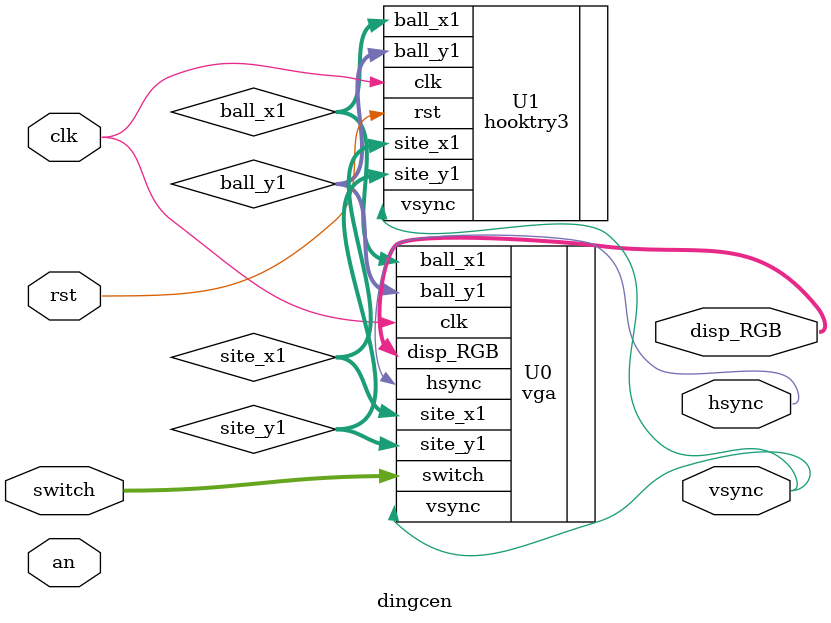
<source format=v>
`timescale 1ns / 1ps
module dingcen(clk,rst,switch,an,vsync,hsync,disp_RGB);
input clk;
input rst;
input [1:0] switch;
input an;
output vsync;
output hsync;
output [2:0] disp_RGB;
wire vsync;
wire [9:0]site_x1;
wire [9:0]site_y1;
wire [9:0]ball_x1;
wire [9:0]ball_y1;
//wire anxia;
vga U0(.clk(clk),.switch(switch),.disp_RGB(disp_RGB),.hsync(hsync),.vsync(vsync),.site_x1(site_x1),.site_y1(site_y1),.ball_x1(ball_x1),.ball_y1(ball_y1));
hooktry3 U1(.clk(clk),.rst(rst),.vsync(vsync),.site_x1(site_x1),.site_y1(site_y1),.ball_x1(ball_x1),.ball_y1(ball_y1));
endmodule

</source>
